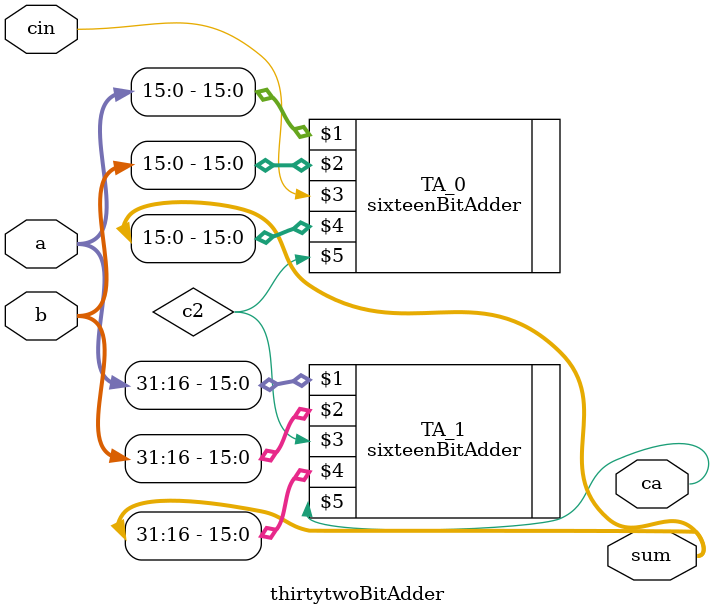
<source format=v>
`include "sixteenBitAdder.v"

module thirtytwoBitAdder(a,b,cin,sum,ca);

input [31:0] a,b;
input cin;

output [31:0] sum;
output ca;

wire c2;

sixteenBitAdder TA_0(a[15:0],b[15:0],cin,sum[15:0],c2);
sixteenBitAdder TA_1(a[31:16],b[31:16],c2,sum[31:16],ca);

endmodule

</source>
